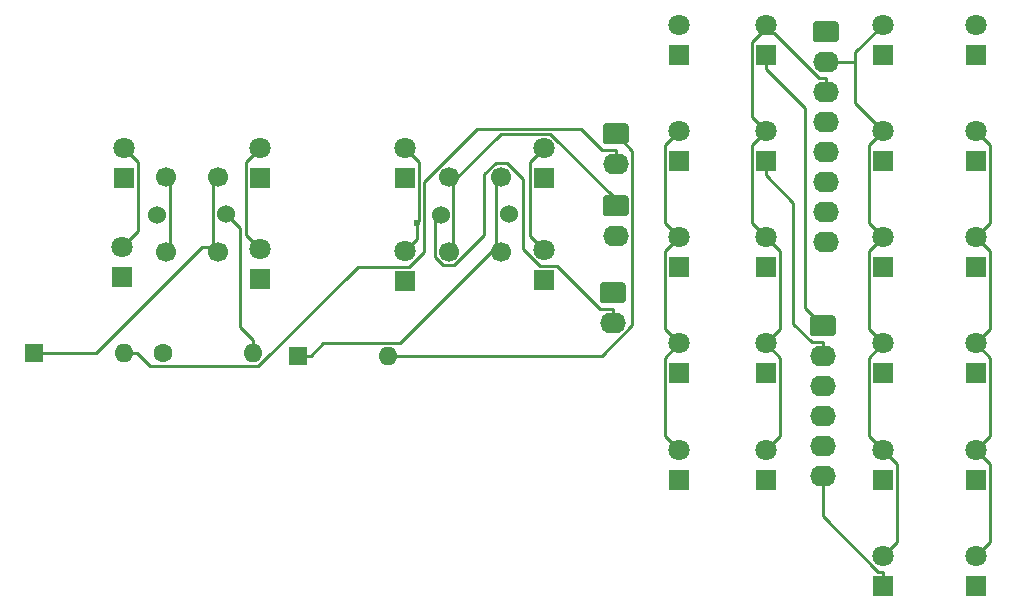
<source format=gbr>
G04 #@! TF.GenerationSoftware,KiCad,Pcbnew,(5.1.5-0-10_14)*
G04 #@! TF.CreationDate,2020-07-26T13:08:41+10:00*
G04 #@! TF.ProjectId,EWI_Left,4557495f-4c65-4667-942e-6b696361645f,-*
G04 #@! TF.SameCoordinates,Original*
G04 #@! TF.FileFunction,Copper,L2,Bot*
G04 #@! TF.FilePolarity,Positive*
%FSLAX46Y46*%
G04 Gerber Fmt 4.6, Leading zero omitted, Abs format (unit mm)*
G04 Created by KiCad (PCBNEW (5.1.5-0-10_14)) date 2020-07-26 13:08:41*
%MOMM*%
%LPD*%
G04 APERTURE LIST*
%ADD10O,2.200000X1.740000*%
%ADD11C,0.100000*%
%ADD12O,1.600000X1.600000*%
%ADD13R,1.600000X1.600000*%
%ADD14C,1.524000*%
%ADD15C,1.700000*%
%ADD16C,1.600000*%
%ADD17C,1.800000*%
%ADD18R,1.800000X1.800000*%
%ADD19C,0.600000*%
%ADD20C,0.228600*%
G04 APERTURE END LIST*
D10*
X103786000Y-56588000D03*
G04 #@! TA.AperFunction,ComponentPad*
D11*
G36*
X104660505Y-53179204D02*
G01*
X104684773Y-53182804D01*
X104708572Y-53188765D01*
X104731671Y-53197030D01*
X104753850Y-53207520D01*
X104774893Y-53220132D01*
X104794599Y-53234747D01*
X104812777Y-53251223D01*
X104829253Y-53269401D01*
X104843868Y-53289107D01*
X104856480Y-53310150D01*
X104866970Y-53332329D01*
X104875235Y-53355428D01*
X104881196Y-53379227D01*
X104884796Y-53403495D01*
X104886000Y-53427999D01*
X104886000Y-54668001D01*
X104884796Y-54692505D01*
X104881196Y-54716773D01*
X104875235Y-54740572D01*
X104866970Y-54763671D01*
X104856480Y-54785850D01*
X104843868Y-54806893D01*
X104829253Y-54826599D01*
X104812777Y-54844777D01*
X104794599Y-54861253D01*
X104774893Y-54875868D01*
X104753850Y-54888480D01*
X104731671Y-54898970D01*
X104708572Y-54907235D01*
X104684773Y-54913196D01*
X104660505Y-54916796D01*
X104636001Y-54918000D01*
X102935999Y-54918000D01*
X102911495Y-54916796D01*
X102887227Y-54913196D01*
X102863428Y-54907235D01*
X102840329Y-54898970D01*
X102818150Y-54888480D01*
X102797107Y-54875868D01*
X102777401Y-54861253D01*
X102759223Y-54844777D01*
X102742747Y-54826599D01*
X102728132Y-54806893D01*
X102715520Y-54785850D01*
X102705030Y-54763671D01*
X102696765Y-54740572D01*
X102690804Y-54716773D01*
X102687204Y-54692505D01*
X102686000Y-54668001D01*
X102686000Y-53427999D01*
X102687204Y-53403495D01*
X102690804Y-53379227D01*
X102696765Y-53355428D01*
X102705030Y-53332329D01*
X102715520Y-53310150D01*
X102728132Y-53289107D01*
X102742747Y-53269401D01*
X102759223Y-53251223D01*
X102777401Y-53234747D01*
X102797107Y-53220132D01*
X102818150Y-53207520D01*
X102840329Y-53197030D01*
X102863428Y-53188765D01*
X102887227Y-53182804D01*
X102911495Y-53179204D01*
X102935999Y-53178000D01*
X104636001Y-53178000D01*
X104660505Y-53179204D01*
G37*
G04 #@! TD.AperFunction*
D10*
X103786000Y-50492000D03*
G04 #@! TA.AperFunction,ComponentPad*
D11*
G36*
X104660505Y-47083204D02*
G01*
X104684773Y-47086804D01*
X104708572Y-47092765D01*
X104731671Y-47101030D01*
X104753850Y-47111520D01*
X104774893Y-47124132D01*
X104794599Y-47138747D01*
X104812777Y-47155223D01*
X104829253Y-47173401D01*
X104843868Y-47193107D01*
X104856480Y-47214150D01*
X104866970Y-47236329D01*
X104875235Y-47259428D01*
X104881196Y-47283227D01*
X104884796Y-47307495D01*
X104886000Y-47331999D01*
X104886000Y-48572001D01*
X104884796Y-48596505D01*
X104881196Y-48620773D01*
X104875235Y-48644572D01*
X104866970Y-48667671D01*
X104856480Y-48689850D01*
X104843868Y-48710893D01*
X104829253Y-48730599D01*
X104812777Y-48748777D01*
X104794599Y-48765253D01*
X104774893Y-48779868D01*
X104753850Y-48792480D01*
X104731671Y-48802970D01*
X104708572Y-48811235D01*
X104684773Y-48817196D01*
X104660505Y-48820796D01*
X104636001Y-48822000D01*
X102935999Y-48822000D01*
X102911495Y-48820796D01*
X102887227Y-48817196D01*
X102863428Y-48811235D01*
X102840329Y-48802970D01*
X102818150Y-48792480D01*
X102797107Y-48779868D01*
X102777401Y-48765253D01*
X102759223Y-48748777D01*
X102742747Y-48730599D01*
X102728132Y-48710893D01*
X102715520Y-48689850D01*
X102705030Y-48667671D01*
X102696765Y-48644572D01*
X102690804Y-48620773D01*
X102687204Y-48596505D01*
X102686000Y-48572001D01*
X102686000Y-47331999D01*
X102687204Y-47307495D01*
X102690804Y-47283227D01*
X102696765Y-47259428D01*
X102705030Y-47236329D01*
X102715520Y-47214150D01*
X102728132Y-47193107D01*
X102742747Y-47173401D01*
X102759223Y-47155223D01*
X102777401Y-47138747D01*
X102797107Y-47124132D01*
X102818150Y-47111520D01*
X102840329Y-47101030D01*
X102863428Y-47092765D01*
X102887227Y-47086804D01*
X102911495Y-47083204D01*
X102935999Y-47082000D01*
X104636001Y-47082000D01*
X104660505Y-47083204D01*
G37*
G04 #@! TD.AperFunction*
D10*
X121566000Y-57096000D03*
X121566000Y-54556000D03*
X121566000Y-52016000D03*
X121566000Y-49476000D03*
X121566000Y-46936000D03*
X121566000Y-44396000D03*
X121566000Y-41856000D03*
G04 #@! TA.AperFunction,ComponentPad*
D11*
G36*
X122440505Y-38447204D02*
G01*
X122464773Y-38450804D01*
X122488572Y-38456765D01*
X122511671Y-38465030D01*
X122533850Y-38475520D01*
X122554893Y-38488132D01*
X122574599Y-38502747D01*
X122592777Y-38519223D01*
X122609253Y-38537401D01*
X122623868Y-38557107D01*
X122636480Y-38578150D01*
X122646970Y-38600329D01*
X122655235Y-38623428D01*
X122661196Y-38647227D01*
X122664796Y-38671495D01*
X122666000Y-38695999D01*
X122666000Y-39936001D01*
X122664796Y-39960505D01*
X122661196Y-39984773D01*
X122655235Y-40008572D01*
X122646970Y-40031671D01*
X122636480Y-40053850D01*
X122623868Y-40074893D01*
X122609253Y-40094599D01*
X122592777Y-40112777D01*
X122574599Y-40129253D01*
X122554893Y-40143868D01*
X122533850Y-40156480D01*
X122511671Y-40166970D01*
X122488572Y-40175235D01*
X122464773Y-40181196D01*
X122440505Y-40184796D01*
X122416001Y-40186000D01*
X120715999Y-40186000D01*
X120691495Y-40184796D01*
X120667227Y-40181196D01*
X120643428Y-40175235D01*
X120620329Y-40166970D01*
X120598150Y-40156480D01*
X120577107Y-40143868D01*
X120557401Y-40129253D01*
X120539223Y-40112777D01*
X120522747Y-40094599D01*
X120508132Y-40074893D01*
X120495520Y-40053850D01*
X120485030Y-40031671D01*
X120476765Y-40008572D01*
X120470804Y-39984773D01*
X120467204Y-39960505D01*
X120466000Y-39936001D01*
X120466000Y-38695999D01*
X120467204Y-38671495D01*
X120470804Y-38647227D01*
X120476765Y-38623428D01*
X120485030Y-38600329D01*
X120495520Y-38578150D01*
X120508132Y-38557107D01*
X120522747Y-38537401D01*
X120539223Y-38519223D01*
X120557401Y-38502747D01*
X120577107Y-38488132D01*
X120598150Y-38475520D01*
X120620329Y-38465030D01*
X120643428Y-38456765D01*
X120667227Y-38450804D01*
X120691495Y-38447204D01*
X120715999Y-38446000D01*
X122416001Y-38446000D01*
X122440505Y-38447204D01*
G37*
G04 #@! TD.AperFunction*
D10*
X121312000Y-76908000D03*
X121312000Y-74368000D03*
X121312000Y-71828000D03*
X121312000Y-69288000D03*
X121312000Y-66748000D03*
G04 #@! TA.AperFunction,ComponentPad*
D11*
G36*
X122186505Y-63339204D02*
G01*
X122210773Y-63342804D01*
X122234572Y-63348765D01*
X122257671Y-63357030D01*
X122279850Y-63367520D01*
X122300893Y-63380132D01*
X122320599Y-63394747D01*
X122338777Y-63411223D01*
X122355253Y-63429401D01*
X122369868Y-63449107D01*
X122382480Y-63470150D01*
X122392970Y-63492329D01*
X122401235Y-63515428D01*
X122407196Y-63539227D01*
X122410796Y-63563495D01*
X122412000Y-63587999D01*
X122412000Y-64828001D01*
X122410796Y-64852505D01*
X122407196Y-64876773D01*
X122401235Y-64900572D01*
X122392970Y-64923671D01*
X122382480Y-64945850D01*
X122369868Y-64966893D01*
X122355253Y-64986599D01*
X122338777Y-65004777D01*
X122320599Y-65021253D01*
X122300893Y-65035868D01*
X122279850Y-65048480D01*
X122257671Y-65058970D01*
X122234572Y-65067235D01*
X122210773Y-65073196D01*
X122186505Y-65076796D01*
X122162001Y-65078000D01*
X120461999Y-65078000D01*
X120437495Y-65076796D01*
X120413227Y-65073196D01*
X120389428Y-65067235D01*
X120366329Y-65058970D01*
X120344150Y-65048480D01*
X120323107Y-65035868D01*
X120303401Y-65021253D01*
X120285223Y-65004777D01*
X120268747Y-64986599D01*
X120254132Y-64966893D01*
X120241520Y-64945850D01*
X120231030Y-64923671D01*
X120222765Y-64900572D01*
X120216804Y-64876773D01*
X120213204Y-64852505D01*
X120212000Y-64828001D01*
X120212000Y-63587999D01*
X120213204Y-63563495D01*
X120216804Y-63539227D01*
X120222765Y-63515428D01*
X120231030Y-63492329D01*
X120241520Y-63470150D01*
X120254132Y-63449107D01*
X120268747Y-63429401D01*
X120285223Y-63411223D01*
X120303401Y-63394747D01*
X120323107Y-63380132D01*
X120344150Y-63367520D01*
X120366329Y-63357030D01*
X120389428Y-63348765D01*
X120413227Y-63342804D01*
X120437495Y-63339204D01*
X120461999Y-63338000D01*
X122162001Y-63338000D01*
X122186505Y-63339204D01*
G37*
G04 #@! TD.AperFunction*
D10*
X103532000Y-63954000D03*
G04 #@! TA.AperFunction,ComponentPad*
D11*
G36*
X104406505Y-60545204D02*
G01*
X104430773Y-60548804D01*
X104454572Y-60554765D01*
X104477671Y-60563030D01*
X104499850Y-60573520D01*
X104520893Y-60586132D01*
X104540599Y-60600747D01*
X104558777Y-60617223D01*
X104575253Y-60635401D01*
X104589868Y-60655107D01*
X104602480Y-60676150D01*
X104612970Y-60698329D01*
X104621235Y-60721428D01*
X104627196Y-60745227D01*
X104630796Y-60769495D01*
X104632000Y-60793999D01*
X104632000Y-62034001D01*
X104630796Y-62058505D01*
X104627196Y-62082773D01*
X104621235Y-62106572D01*
X104612970Y-62129671D01*
X104602480Y-62151850D01*
X104589868Y-62172893D01*
X104575253Y-62192599D01*
X104558777Y-62210777D01*
X104540599Y-62227253D01*
X104520893Y-62241868D01*
X104499850Y-62254480D01*
X104477671Y-62264970D01*
X104454572Y-62273235D01*
X104430773Y-62279196D01*
X104406505Y-62282796D01*
X104382001Y-62284000D01*
X102681999Y-62284000D01*
X102657495Y-62282796D01*
X102633227Y-62279196D01*
X102609428Y-62273235D01*
X102586329Y-62264970D01*
X102564150Y-62254480D01*
X102543107Y-62241868D01*
X102523401Y-62227253D01*
X102505223Y-62210777D01*
X102488747Y-62192599D01*
X102474132Y-62172893D01*
X102461520Y-62151850D01*
X102451030Y-62129671D01*
X102442765Y-62106572D01*
X102436804Y-62082773D01*
X102433204Y-62058505D01*
X102432000Y-62034001D01*
X102432000Y-60793999D01*
X102433204Y-60769495D01*
X102436804Y-60745227D01*
X102442765Y-60721428D01*
X102451030Y-60698329D01*
X102461520Y-60676150D01*
X102474132Y-60655107D01*
X102488747Y-60635401D01*
X102505223Y-60617223D01*
X102523401Y-60600747D01*
X102543107Y-60586132D01*
X102564150Y-60573520D01*
X102586329Y-60563030D01*
X102609428Y-60554765D01*
X102633227Y-60548804D01*
X102657495Y-60545204D01*
X102681999Y-60544000D01*
X104382001Y-60544000D01*
X104406505Y-60545204D01*
G37*
G04 #@! TD.AperFunction*
D12*
X84482000Y-66748000D03*
D13*
X76862000Y-66748000D03*
D12*
X62130000Y-66494000D03*
D13*
X54510000Y-66494000D03*
D14*
X88966900Y-54798900D03*
X94757900Y-54758900D03*
D15*
X89677900Y-57933900D03*
X89677900Y-51583900D03*
X94122900Y-57933900D03*
X94122900Y-51583900D03*
D14*
X64986900Y-54798900D03*
X70777900Y-54758900D03*
D15*
X65697900Y-57933900D03*
X65697900Y-51583900D03*
X70142900Y-57933900D03*
X70142900Y-51583900D03*
D12*
X73052000Y-66494000D03*
D16*
X65432000Y-66494000D03*
D17*
X62020000Y-57530000D03*
D18*
X62020000Y-60070000D03*
D17*
X62130000Y-49190000D03*
D18*
X62130000Y-51730000D03*
D17*
X73660000Y-57710000D03*
D18*
X73660000Y-60250000D03*
D17*
X73690000Y-49190000D03*
D18*
X73690000Y-51730000D03*
D17*
X85940000Y-57880000D03*
D18*
X85940000Y-60420000D03*
D17*
X85970000Y-49150000D03*
D18*
X85970000Y-51690000D03*
D17*
X97720000Y-57810000D03*
D18*
X97720000Y-60350000D03*
D17*
X97750000Y-49150000D03*
D18*
X97750000Y-51690000D03*
D17*
X109120000Y-74698900D03*
D18*
X109120000Y-77238900D03*
D17*
X109120000Y-65708900D03*
D18*
X109120000Y-68248900D03*
D17*
X109120000Y-56718900D03*
D18*
X109120000Y-59258900D03*
D17*
X109120000Y-47728900D03*
D18*
X109120000Y-50268900D03*
D17*
X109120000Y-38728900D03*
D18*
X109120000Y-41268900D03*
D17*
X116486000Y-74698900D03*
D18*
X116486000Y-77238900D03*
D17*
X116486000Y-65708900D03*
D18*
X116486000Y-68248900D03*
D17*
X116486000Y-56718900D03*
D18*
X116486000Y-59258900D03*
D17*
X116486000Y-47728900D03*
D18*
X116486000Y-50268900D03*
D17*
X116486000Y-38728900D03*
D18*
X116486000Y-41268900D03*
D17*
X126392000Y-83688900D03*
D18*
X126392000Y-86228900D03*
D17*
X126392000Y-74698900D03*
D18*
X126392000Y-77238900D03*
D17*
X126392000Y-65708900D03*
D18*
X126392000Y-68248900D03*
D17*
X126392000Y-56718900D03*
D18*
X126392000Y-59258900D03*
D17*
X126392000Y-47728900D03*
D18*
X126392000Y-50268900D03*
D17*
X126392000Y-38728900D03*
D18*
X126392000Y-41268900D03*
D17*
X134266000Y-83688900D03*
D18*
X134266000Y-86228900D03*
D17*
X134266000Y-74698900D03*
D18*
X134266000Y-77238900D03*
D17*
X134266000Y-65708900D03*
D18*
X134266000Y-68248900D03*
D17*
X134266000Y-56718900D03*
D18*
X134266000Y-59258900D03*
D17*
X134266000Y-47728900D03*
D18*
X134266000Y-50268900D03*
D17*
X134266000Y-38728900D03*
D18*
X134266000Y-41268900D03*
D19*
X86965200Y-55540900D03*
D20*
X116486000Y-41268900D02*
X116486000Y-42461300D01*
X116486000Y-42461300D02*
X119817200Y-45792500D01*
X119817200Y-45792500D02*
X119817200Y-62713200D01*
X119817200Y-62713200D02*
X121312000Y-64208000D01*
X134266000Y-74698900D02*
X135458500Y-75891400D01*
X135458500Y-75891400D02*
X135458500Y-82496400D01*
X135458500Y-82496400D02*
X134266000Y-83688900D01*
X134266000Y-65708900D02*
X135458500Y-66901400D01*
X135458500Y-66901400D02*
X135458500Y-73506400D01*
X135458500Y-73506400D02*
X134266000Y-74698900D01*
X134266000Y-56718900D02*
X135458500Y-57911400D01*
X135458500Y-57911400D02*
X135458500Y-64516400D01*
X135458500Y-64516400D02*
X134266000Y-65708900D01*
X134266000Y-47728900D02*
X135458500Y-48921400D01*
X135458500Y-48921400D02*
X135458500Y-55526400D01*
X135458500Y-55526400D02*
X134266000Y-56718900D01*
X121312000Y-66748000D02*
X121312000Y-65585600D01*
X116486000Y-50268900D02*
X116486000Y-51461300D01*
X116486000Y-51461300D02*
X118818500Y-53793800D01*
X118818500Y-53793800D02*
X118818500Y-64029100D01*
X118818500Y-64029100D02*
X120375000Y-65585600D01*
X120375000Y-65585600D02*
X121312000Y-65585600D01*
X126392000Y-86228900D02*
X126392000Y-85036500D01*
X126392000Y-85036500D02*
X126019400Y-85036500D01*
X126019400Y-85036500D02*
X121312000Y-80329100D01*
X121312000Y-80329100D02*
X121312000Y-76908000D01*
X126392000Y-56718900D02*
X125199500Y-55526400D01*
X125199500Y-55526400D02*
X125199500Y-48921400D01*
X125199500Y-48921400D02*
X126392000Y-47728900D01*
X126392000Y-56718900D02*
X125199500Y-57911400D01*
X125199500Y-57911400D02*
X125199500Y-64516400D01*
X125199500Y-64516400D02*
X126392000Y-65708900D01*
X124054900Y-41856000D02*
X124054900Y-45391800D01*
X124054900Y-45391800D02*
X126392000Y-47728900D01*
X126392000Y-38728900D02*
X124054900Y-41066000D01*
X124054900Y-41066000D02*
X124054900Y-41856000D01*
X124054900Y-41856000D02*
X121566000Y-41856000D01*
X126392000Y-83688900D02*
X127584500Y-82496400D01*
X127584500Y-82496400D02*
X127584500Y-75891400D01*
X127584500Y-75891400D02*
X126392000Y-74698900D01*
X126392000Y-65708900D02*
X125199500Y-66901400D01*
X125199500Y-66901400D02*
X125199500Y-73506400D01*
X125199500Y-73506400D02*
X126392000Y-74698900D01*
X116486000Y-39428100D02*
X116061700Y-39428100D01*
X116061700Y-39428100D02*
X115293500Y-40196300D01*
X115293500Y-40196300D02*
X115293500Y-46536400D01*
X115293500Y-46536400D02*
X116486000Y-47728900D01*
X116486000Y-47728900D02*
X115293500Y-48921400D01*
X115293500Y-48921400D02*
X115293500Y-55526400D01*
X115293500Y-55526400D02*
X116486000Y-56718900D01*
X116486000Y-39428100D02*
X116486000Y-38728900D01*
X121566000Y-43233600D02*
X120990700Y-43233600D01*
X120990700Y-43233600D02*
X117185200Y-39428100D01*
X117185200Y-39428100D02*
X116486000Y-39428100D01*
X116486000Y-56718900D02*
X117678500Y-57911400D01*
X117678500Y-57911400D02*
X117678500Y-64516400D01*
X117678500Y-64516400D02*
X116486000Y-65708900D01*
X121566000Y-44396000D02*
X121566000Y-43233600D01*
X116486000Y-65708900D02*
X117678500Y-66901400D01*
X117678500Y-66901400D02*
X117678500Y-73506400D01*
X117678500Y-73506400D02*
X116486000Y-74698900D01*
X109120000Y-47728900D02*
X107927500Y-48921400D01*
X107927500Y-48921400D02*
X107927500Y-55526400D01*
X107927500Y-55526400D02*
X109120000Y-56718900D01*
X109120000Y-56718900D02*
X107927500Y-57911400D01*
X107927500Y-57911400D02*
X107927500Y-64516400D01*
X107927500Y-64516400D02*
X109120000Y-65708900D01*
X109120000Y-74698900D02*
X107927500Y-73506400D01*
X107927500Y-73506400D02*
X107927500Y-66901400D01*
X107927500Y-66901400D02*
X109120000Y-65708900D01*
X97750000Y-49150000D02*
X96557500Y-50342500D01*
X96557500Y-50342500D02*
X96557500Y-56647500D01*
X96557500Y-56647500D02*
X97720000Y-57810000D01*
X86965200Y-55540900D02*
X86965200Y-56854800D01*
X86965200Y-56854800D02*
X85940000Y-57880000D01*
X85970000Y-49150000D02*
X87162500Y-50342500D01*
X87162500Y-50342500D02*
X87162500Y-55343600D01*
X87162500Y-55343600D02*
X86965200Y-55540900D01*
X73690000Y-49190000D02*
X72497600Y-50382400D01*
X72497600Y-50382400D02*
X72497600Y-56547600D01*
X72497600Y-56547600D02*
X73660000Y-57710000D01*
X62130000Y-49190000D02*
X63322500Y-50382500D01*
X63322500Y-50382500D02*
X63322500Y-56227500D01*
X63322500Y-56227500D02*
X62020000Y-57530000D01*
X103786000Y-50492000D02*
X103786000Y-49329600D01*
X62130000Y-66494000D02*
X63222400Y-66494000D01*
X63222400Y-66494000D02*
X64348400Y-67620000D01*
X64348400Y-67620000D02*
X73546000Y-67620000D01*
X73546000Y-67620000D02*
X81938500Y-59227500D01*
X81938500Y-59227500D02*
X86279600Y-59227500D01*
X86279600Y-59227500D02*
X87569300Y-57937800D01*
X87569300Y-57937800D02*
X87569300Y-52014400D01*
X87569300Y-52014400D02*
X92054100Y-47529600D01*
X92054100Y-47529600D02*
X100823600Y-47529600D01*
X100823600Y-47529600D02*
X102623600Y-49329600D01*
X102623600Y-49329600D02*
X103786000Y-49329600D01*
X84482000Y-66748000D02*
X102636000Y-66748000D01*
X102636000Y-66748000D02*
X105212000Y-64172000D01*
X105212000Y-64172000D02*
X105212000Y-49378000D01*
X105212000Y-49378000D02*
X103786000Y-47952000D01*
X93690500Y-57501500D02*
X94122900Y-57933900D01*
X94122900Y-51583900D02*
X93690500Y-52016300D01*
X93690500Y-52016300D02*
X93690500Y-57501500D01*
X93690500Y-57501500D02*
X85536400Y-65655600D01*
X85536400Y-65655600D02*
X79046800Y-65655600D01*
X79046800Y-65655600D02*
X77954400Y-66748000D01*
X76862000Y-66748000D02*
X77954400Y-66748000D01*
X103532000Y-63954000D02*
X103532000Y-62791600D01*
X88966900Y-54798900D02*
X88521000Y-55244800D01*
X88521000Y-55244800D02*
X88521000Y-58429300D01*
X88521000Y-58429300D02*
X89185200Y-59093500D01*
X89185200Y-59093500D02*
X90134100Y-59093500D01*
X90134100Y-59093500D02*
X92681500Y-56546100D01*
X92681500Y-56546100D02*
X92681500Y-51397600D01*
X92681500Y-51397600D02*
X93643600Y-50435500D01*
X93643600Y-50435500D02*
X94596900Y-50435500D01*
X94596900Y-50435500D02*
X95948100Y-51786700D01*
X95948100Y-51786700D02*
X95948100Y-57724500D01*
X95948100Y-57724500D02*
X97381100Y-59157500D01*
X97381100Y-59157500D02*
X98816800Y-59157500D01*
X98816800Y-59157500D02*
X102450900Y-62791600D01*
X102450900Y-62791600D02*
X103532000Y-62791600D01*
X65697900Y-51583900D02*
X66058400Y-51944400D01*
X66058400Y-51944400D02*
X66058400Y-57573400D01*
X66058400Y-57573400D02*
X65697900Y-57933900D01*
X90040200Y-51946200D02*
X90040200Y-57571600D01*
X90040200Y-57571600D02*
X89677900Y-57933900D01*
X89677900Y-51583900D02*
X90040200Y-51946200D01*
X90040200Y-51946200D02*
X94045800Y-47940600D01*
X94045800Y-47940600D02*
X98263900Y-47940600D01*
X98263900Y-47940600D02*
X103786000Y-53462700D01*
X103786000Y-53462700D02*
X103786000Y-54048000D01*
X73052000Y-66494000D02*
X73052000Y-65401600D01*
X73052000Y-65401600D02*
X71959600Y-64309200D01*
X71959600Y-64309200D02*
X71959600Y-55940600D01*
X71959600Y-55940600D02*
X70777900Y-54758900D01*
X69710500Y-57501500D02*
X70142900Y-57933900D01*
X70142900Y-51583900D02*
X69710500Y-52016300D01*
X69710500Y-52016300D02*
X69710500Y-57501500D01*
X69710500Y-57501500D02*
X68764700Y-57501500D01*
X68764700Y-57501500D02*
X59772200Y-66494000D01*
X59772200Y-66494000D02*
X54510000Y-66494000D01*
M02*

</source>
